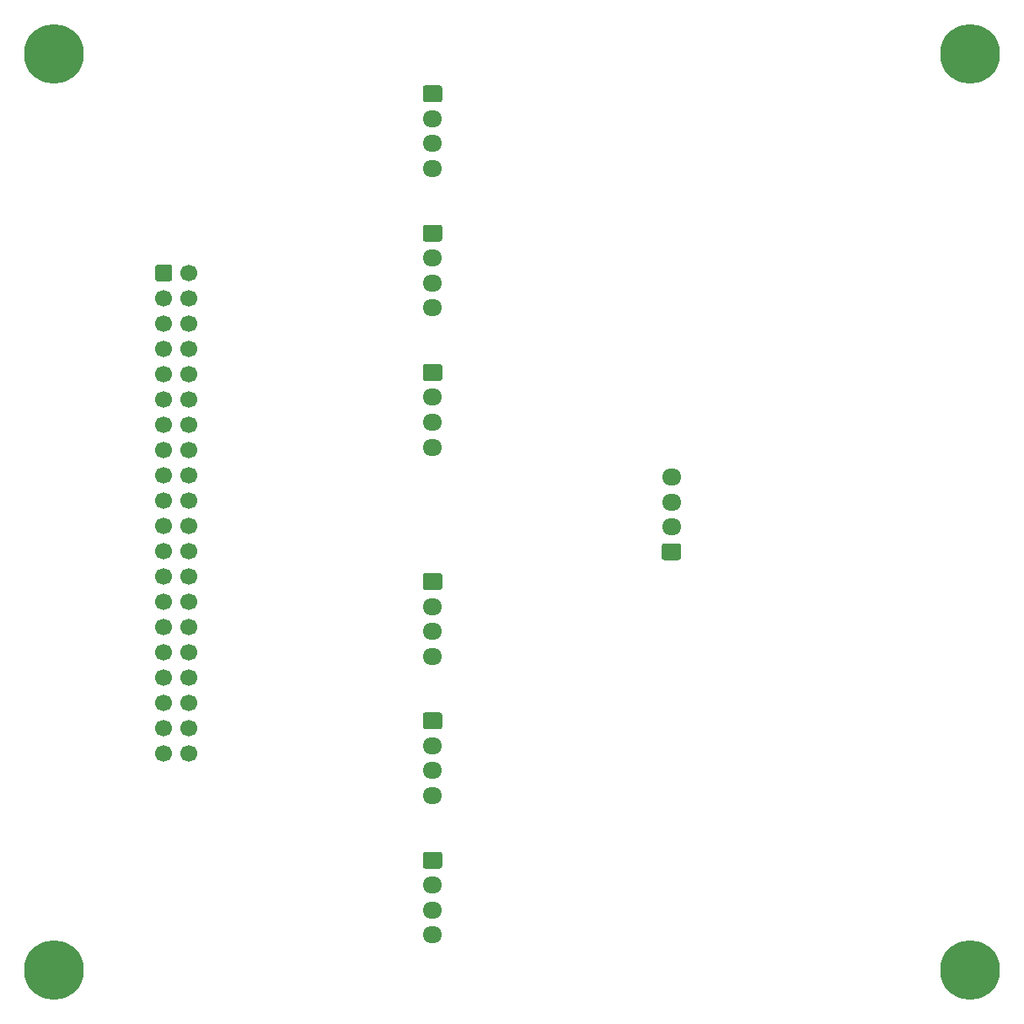
<source format=gbr>
%TF.GenerationSoftware,KiCad,Pcbnew,(5.1.9-0-10_14)*%
%TF.CreationDate,2021-09-26T16:03:20-07:00*%
%TF.ProjectId,rpi-arcade-hat,7270692d-6172-4636-9164-652d6861742e,rev?*%
%TF.SameCoordinates,Original*%
%TF.FileFunction,Soldermask,Bot*%
%TF.FilePolarity,Negative*%
%FSLAX46Y46*%
G04 Gerber Fmt 4.6, Leading zero omitted, Abs format (unit mm)*
G04 Created by KiCad (PCBNEW (5.1.9-0-10_14)) date 2021-09-26 16:03:20*
%MOMM*%
%LPD*%
G01*
G04 APERTURE LIST*
%ADD10O,1.950000X1.700000*%
%ADD11C,1.700000*%
%ADD12C,6.000000*%
G04 APERTURE END LIST*
D10*
%TO.C,J8*%
X167000000Y-94500000D03*
X167000000Y-97000000D03*
X167000000Y-99500000D03*
G36*
G01*
X167725000Y-102850000D02*
X166275000Y-102850000D01*
G75*
G02*
X166025000Y-102600000I0J250000D01*
G01*
X166025000Y-101400000D01*
G75*
G02*
X166275000Y-101150000I250000J0D01*
G01*
X167725000Y-101150000D01*
G75*
G02*
X167975000Y-101400000I0J-250000D01*
G01*
X167975000Y-102600000D01*
G75*
G02*
X167725000Y-102850000I-250000J0D01*
G01*
G37*
%TD*%
D11*
%TO.C,J1*%
X118540000Y-122260000D03*
X118540000Y-119720000D03*
X118540000Y-117180000D03*
X118540000Y-114640000D03*
X118540000Y-112100000D03*
X118540000Y-109560000D03*
X118540000Y-107020000D03*
X118540000Y-104480000D03*
X118540000Y-101940000D03*
X118540000Y-99400000D03*
X118540000Y-96860000D03*
X118540000Y-94320000D03*
X118540000Y-91780000D03*
X118540000Y-89240000D03*
X118540000Y-86700000D03*
X118540000Y-84160000D03*
X118540000Y-81620000D03*
X118540000Y-79080000D03*
X118540000Y-76540000D03*
X118540000Y-74000000D03*
X116000000Y-122260000D03*
X116000000Y-119720000D03*
X116000000Y-117180000D03*
X116000000Y-114640000D03*
X116000000Y-112100000D03*
X116000000Y-109560000D03*
X116000000Y-107020000D03*
X116000000Y-104480000D03*
X116000000Y-101940000D03*
X116000000Y-99400000D03*
X116000000Y-96860000D03*
X116000000Y-94320000D03*
X116000000Y-91780000D03*
X116000000Y-89240000D03*
X116000000Y-86700000D03*
X116000000Y-84160000D03*
X116000000Y-81620000D03*
X116000000Y-79080000D03*
X116000000Y-76540000D03*
G36*
G01*
X115150000Y-74600000D02*
X115150000Y-73400000D01*
G75*
G02*
X115400000Y-73150000I250000J0D01*
G01*
X116600000Y-73150000D01*
G75*
G02*
X116850000Y-73400000I0J-250000D01*
G01*
X116850000Y-74600000D01*
G75*
G02*
X116600000Y-74850000I-250000J0D01*
G01*
X115400000Y-74850000D01*
G75*
G02*
X115150000Y-74600000I0J250000D01*
G01*
G37*
%TD*%
D10*
%TO.C,J7*%
X143000000Y-91500000D03*
X143000000Y-89000000D03*
X143000000Y-86500000D03*
G36*
G01*
X142275000Y-83150000D02*
X143725000Y-83150000D01*
G75*
G02*
X143975000Y-83400000I0J-250000D01*
G01*
X143975000Y-84600000D01*
G75*
G02*
X143725000Y-84850000I-250000J0D01*
G01*
X142275000Y-84850000D01*
G75*
G02*
X142025000Y-84600000I0J250000D01*
G01*
X142025000Y-83400000D01*
G75*
G02*
X142275000Y-83150000I250000J0D01*
G01*
G37*
%TD*%
%TO.C,J6*%
X143000000Y-77500000D03*
X143000000Y-75000000D03*
X143000000Y-72500000D03*
G36*
G01*
X142275000Y-69150000D02*
X143725000Y-69150000D01*
G75*
G02*
X143975000Y-69400000I0J-250000D01*
G01*
X143975000Y-70600000D01*
G75*
G02*
X143725000Y-70850000I-250000J0D01*
G01*
X142275000Y-70850000D01*
G75*
G02*
X142025000Y-70600000I0J250000D01*
G01*
X142025000Y-69400000D01*
G75*
G02*
X142275000Y-69150000I250000J0D01*
G01*
G37*
%TD*%
%TO.C,J5*%
X143000000Y-63500000D03*
X143000000Y-61000000D03*
X143000000Y-58500000D03*
G36*
G01*
X142275000Y-55150000D02*
X143725000Y-55150000D01*
G75*
G02*
X143975000Y-55400000I0J-250000D01*
G01*
X143975000Y-56600000D01*
G75*
G02*
X143725000Y-56850000I-250000J0D01*
G01*
X142275000Y-56850000D01*
G75*
G02*
X142025000Y-56600000I0J250000D01*
G01*
X142025000Y-55400000D01*
G75*
G02*
X142275000Y-55150000I250000J0D01*
G01*
G37*
%TD*%
%TO.C,J4*%
X143000000Y-140500000D03*
X143000000Y-138000000D03*
X143000000Y-135500000D03*
G36*
G01*
X142275000Y-132150000D02*
X143725000Y-132150000D01*
G75*
G02*
X143975000Y-132400000I0J-250000D01*
G01*
X143975000Y-133600000D01*
G75*
G02*
X143725000Y-133850000I-250000J0D01*
G01*
X142275000Y-133850000D01*
G75*
G02*
X142025000Y-133600000I0J250000D01*
G01*
X142025000Y-132400000D01*
G75*
G02*
X142275000Y-132150000I250000J0D01*
G01*
G37*
%TD*%
%TO.C,J3*%
X143000000Y-126500000D03*
X143000000Y-124000000D03*
X143000000Y-121500000D03*
G36*
G01*
X142275000Y-118150000D02*
X143725000Y-118150000D01*
G75*
G02*
X143975000Y-118400000I0J-250000D01*
G01*
X143975000Y-119600000D01*
G75*
G02*
X143725000Y-119850000I-250000J0D01*
G01*
X142275000Y-119850000D01*
G75*
G02*
X142025000Y-119600000I0J250000D01*
G01*
X142025000Y-118400000D01*
G75*
G02*
X142275000Y-118150000I250000J0D01*
G01*
G37*
%TD*%
%TO.C,J2*%
X143000000Y-112500000D03*
X143000000Y-110000000D03*
X143000000Y-107500000D03*
G36*
G01*
X142275000Y-104150000D02*
X143725000Y-104150000D01*
G75*
G02*
X143975000Y-104400000I0J-250000D01*
G01*
X143975000Y-105600000D01*
G75*
G02*
X143725000Y-105850000I-250000J0D01*
G01*
X142275000Y-105850000D01*
G75*
G02*
X142025000Y-105600000I0J250000D01*
G01*
X142025000Y-104400000D01*
G75*
G02*
X142275000Y-104150000I250000J0D01*
G01*
G37*
%TD*%
D12*
%TO.C,REF\u002A\u002A*%
X105000000Y-144000000D03*
%TD*%
%TO.C,REF\u002A\u002A*%
X197000000Y-144000000D03*
%TD*%
%TO.C,REF\u002A\u002A*%
X105000000Y-52000000D03*
%TD*%
%TO.C,REF\u002A\u002A*%
X197000000Y-52000000D03*
%TD*%
M02*

</source>
